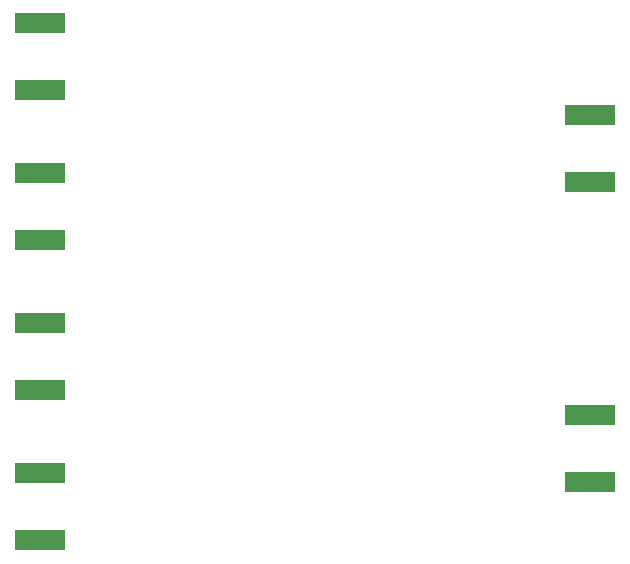
<source format=gbr>
%TF.GenerationSoftware,KiCad,Pcbnew,(5.1.9)-1*%
%TF.CreationDate,2021-03-17T18:41:45-04:00*%
%TF.ProjectId,BalunAndLowPass,42616c75-6e41-46e6-944c-6f7750617373,rev?*%
%TF.SameCoordinates,Original*%
%TF.FileFunction,Soldermask,Bot*%
%TF.FilePolarity,Negative*%
%FSLAX46Y46*%
G04 Gerber Fmt 4.6, Leading zero omitted, Abs format (unit mm)*
G04 Created by KiCad (PCBNEW (5.1.9)-1) date 2021-03-17 18:41:45*
%MOMM*%
%LPD*%
G01*
G04 APERTURE LIST*
%ADD10R,4.200000X1.750000*%
G04 APERTURE END LIST*
D10*
%TO.C,J6*%
X104575000Y-92552000D03*
X104575000Y-98202000D03*
%TD*%
%TO.C,J5*%
X104575000Y-67152000D03*
X104575000Y-72802000D03*
%TD*%
%TO.C,J4*%
X57985000Y-90455000D03*
X57985000Y-84805000D03*
%TD*%
%TO.C,J3*%
X57985000Y-103155000D03*
X57985000Y-97505000D03*
%TD*%
%TO.C,J2*%
X57985000Y-65055000D03*
X57985000Y-59405000D03*
%TD*%
%TO.C,J1*%
X57985000Y-77755000D03*
X57985000Y-72105000D03*
%TD*%
M02*

</source>
